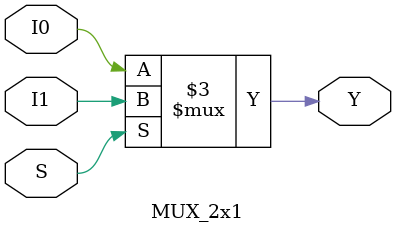
<source format=v>
`timescale 1ns / 1ps

// Design Name: 
// Module Name: MUX_2x1
// Project Name: 
// Target Devices: 
// Tool Versions: 
// Description: 
// 
// Dependencies: 
// 
// Revision:
// Revision 0.01 - File Created
// Additional Comments:
// 
//////////////////////////////////////////////////////////////////////////////////


module MUX_2x1(
    input I0,
    input I1,
    input S,
    output reg Y );
    
    always@(I0, I1, S)
    begin 
    if (S)
    Y = I1;
    else 
    Y = I0;
    end
   endmodule

</source>
